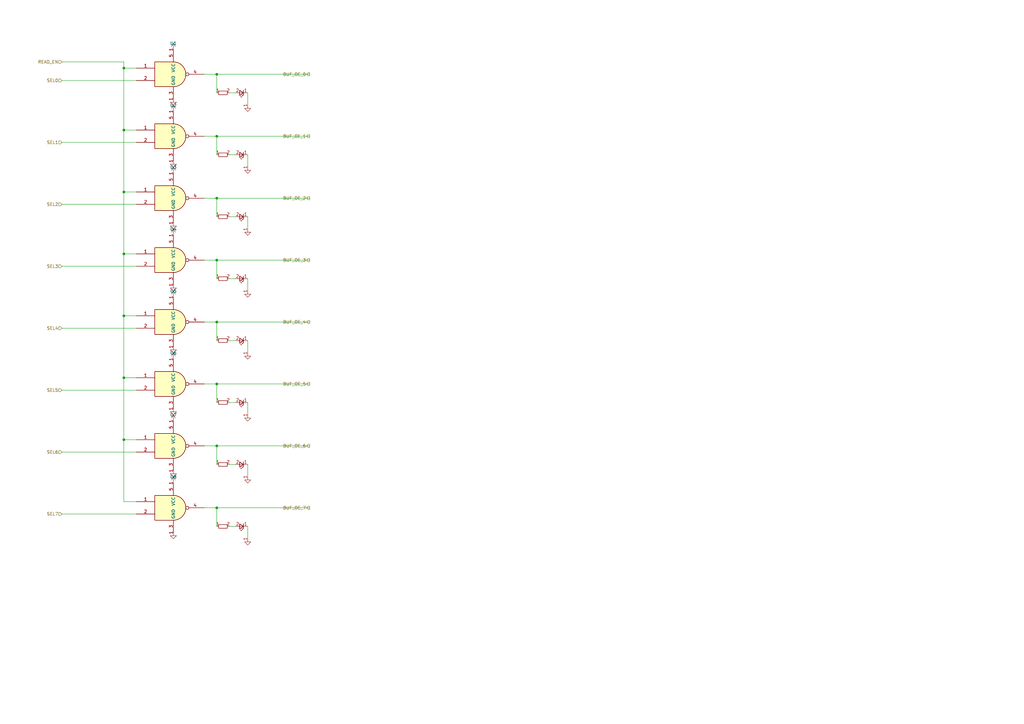
<source format=kicad_sch>
(kicad_sch (version 20250114) (generator eeschema)
  (paper "A3")
  (lib_symbols
    (symbol "74xGxx:74LVC1G00"
      (property "Reference" "U" (at -5.08 7.62 0))
      (property "Value" "74LVC1G00" (at 7.62 -7.62 0))
      (property "Datasheet" "https://www.ti.com/lit/ds/symlink/sn74lvc1g00.pdf" (at 0 0 0))
      (property "Description" "Single NAND Gate, Low-Voltage CMOS" (at 0 0 0))
      (property "ki_keywords" "Single Gate NAND LVC CMOS" (at 0 0 0))
      (property "ki_fp_filters" "SOT?23* Texas?R-PDSO-G5?DCK* Texas?R-PDSO-N5?DRL* Texas?X2SON*0.8x0.8mm*P0.48mm*" (at 0 0 0))
      (symbol "74LVC1G00_0_1"
        (arc (start 0 5.08) (mid 5.0579 0) (end 0 -5.08) (stroke (width 0.254)) (fill (type background)))
        (polyline (pts (xy 0 -5.08) (xy -7.62 -5.08) (xy -7.62 5.08) (xy 0 5.08)) (stroke (width 0.254)) (fill (type background)))
      )
      (symbol "74LVC1G00_1_1"
        (pin input line (at -15.24 2.54 0) (length 7.62) (name "~") (number "1"))
        (pin input line (at -15.24 -2.54 0) (length 7.62) (name "~") (number "2"))
        (pin power_in line (at 0 10.16 270) (length 5.08) (name "VCC") (number "5"))
        (pin power_in line (at 0 -10.16 90) (length 5.08) (name "GND") (number "3"))
        (pin output inverted (at 12.7 0 180) (length 7.62) (name "~") (number "4"))
      )
    )
    (symbol "power:VCC" (power) (pin_names (offset 0))
      (property "Reference" "#PWR" (at 0 -3.81 0))
      (property "Value" "VCC" (at 0 3.556 0))
      (property "Description" "Power symbol creates a global label with name \"VCC\"" (at 0 0 0))
      (property "ki_keywords" "global power" (at 0 0 0))
      (symbol "VCC_0_1"
        (polyline (pts (xy -0.762 1.27) (xy 0 2.54)))
        (polyline (pts (xy 0 2.54) (xy 0.762 1.27)))
        (polyline (pts (xy 0 0) (xy 0 2.54)))
      )
      (symbol "VCC_1_1"
        (pin power_in line (at 0 0 90) (length 0) (name "~") (number "1"))
      )
    )
    (symbol "power:GND" (power) (pin_names (offset 0))
      (property "Reference" "#PWR" (at 0 -6.35 0))
      (property "Value" "GND" (at 0 -3.81 0))
      (property "Description" "Power symbol creates a global label with name \"GND\" , ground" (at 0 0 0))
      (property "ki_keywords" "global power" (at 0 0 0))
      (symbol "GND_0_1"
        (polyline (pts (xy 0 0) (xy 0 -1.27) (xy 1.27 -1.27) (xy 0 -2.54) (xy -1.27 -1.27) (xy 0 -1.27)))
      )
      (symbol "GND_1_1"
        (pin power_in line (at 0 0 270) (length 0) (name "~") (number "1"))
      )
    )
    (symbol "Device:R_Small" (pin_names (offset 0.254))
      (property "Reference" "R" (at 0 0 90))
      (property "Value" "R_Small" (at 1.778 0 90))
      (property "Datasheet" "~" (at 0 0 0))
      (property "Description" "Resistor, small symbol" (at 0 0 0))
      (property "ki_keywords" "R resistor" (at 0 0 0))
      (property "ki_fp_filters" "R_*" (at 0 0 0))
      (symbol "R_Small_0_1"
        (rectangle (start -0.762 1.778) (end 0.762 -1.778) (stroke (width 0.2032)))
      )
      (symbol "R_Small_1_1"
        (pin passive line (at 0 2.54 270) (length 0.762) (name "~") (number "1"))
        (pin passive line (at 0 -2.54 90) (length 0.762) (name "~") (number "2"))
      )
    )
    (symbol "Device:LED_Small" (pin_names (offset 0.254) hide)
      (property "Reference" "D" (at -1.27 3.175 0))
      (property "Value" "LED_Small" (at -4.445 -2.54 0))
      (property "Datasheet" "~" (at 0 0 90))
      (property "Description" "Light emitting diode, small symbol" (at 0 0 0))
      (property "Sim.Pins" "1=K 2=A" (at 0 0 0))
      (property "ki_keywords" "LED diode light-emitting-diode" (at 0 0 0))
      (property "ki_fp_filters" "LED* LED_SMD:* LED_THT:*" (at 0 0 0))
      (symbol "LED_Small_0_1"
        (polyline (pts (xy -0.762 -1.016) (xy -0.762 1.016)) (stroke (width 0.254)))
        (polyline (pts (xy 0 0.762) (xy -0.508 1.27) (xy -0.254 1.27) (xy -0.508 1.27) (xy -0.508 1.016)))
        (polyline (pts (xy 0.508 1.27) (xy 0 1.778) (xy 0.254 1.778) (xy 0 1.778) (xy 0 1.524)))
        (polyline (pts (xy 0.762 -1.016) (xy -0.762 0) (xy 0.762 1.016) (xy 0.762 -1.016)) (stroke (width 0.254)))
        (polyline (pts (xy 1.016 0) (xy -0.762 0)))
      )
      (symbol "LED_Small_1_1"
        (pin passive line (at -2.54 0 0) (length 1.778) (name "K") (number "1"))
        (pin passive line (at 2.54 0 180) (length 1.778) (name "A") (number "2"))
      )
    )
  )
  (junction (at 50.8 27.94))
  (junction (at 50.8 53.34))
  (junction (at 50.8 78.74))
  (junction (at 50.8 104.14))
  (junction (at 50.8 129.54))
  (junction (at 50.8 154.94))
  (junction (at 50.8 180.34))
  (junction (at 88.9 30.48))
  (junction (at 88.9 55.88))
  (junction (at 88.9 81.28))
  (junction (at 88.9 106.68))
  (junction (at 88.9 132.08))
  (junction (at 88.9 157.48))
  (junction (at 88.9 182.88))
  (junction (at 88.9 208.28))
  (wire (pts (xy 25.4 25.4) (xy 50.8 25.4)) (stroke (width 0.0)))
  (wire (pts (xy 50.8 25.4) (xy 50.8 27.94)) (stroke (width 0.0)))
  (wire (pts (xy 50.8 27.94) (xy 50.8 53.34)) (stroke (width 0.0)))
  (wire (pts (xy 50.8 53.34) (xy 50.8 78.74)) (stroke (width 0.0)))
  (wire (pts (xy 50.8 78.74) (xy 50.8 104.14)) (stroke (width 0.0)))
  (wire (pts (xy 50.8 104.14) (xy 50.8 129.54)) (stroke (width 0.0)))
  (wire (pts (xy 50.8 129.54) (xy 50.8 154.94)) (stroke (width 0.0)))
  (wire (pts (xy 50.8 154.94) (xy 50.8 180.34)) (stroke (width 0.0)))
  (wire (pts (xy 50.8 180.34) (xy 50.8 205.74)) (stroke (width 0.0)))
  (wire (pts (xy 50.8 27.94) (xy 55.88 27.94)) (stroke (width 0.0)))
  (wire (pts (xy 50.8 53.34) (xy 55.88 53.34)) (stroke (width 0.0)))
  (wire (pts (xy 50.8 78.74) (xy 55.88 78.74)) (stroke (width 0.0)))
  (wire (pts (xy 50.8 104.14) (xy 55.88 104.14)) (stroke (width 0.0)))
  (wire (pts (xy 50.8 129.54) (xy 55.88 129.54)) (stroke (width 0.0)))
  (wire (pts (xy 50.8 154.94) (xy 55.88 154.94)) (stroke (width 0.0)))
  (wire (pts (xy 50.8 180.34) (xy 55.88 180.34)) (stroke (width 0.0)))
  (wire (pts (xy 50.8 205.74) (xy 55.88 205.74)) (stroke (width 0.0)))
  (wire (pts (xy 25.4 33.02) (xy 55.88 33.02)) (stroke (width 0.0)))
  (wire (pts (xy 25.4 58.42) (xy 55.88 58.42)) (stroke (width 0.0)))
  (wire (pts (xy 25.4 83.82) (xy 55.88 83.82)) (stroke (width 0.0)))
  (wire (pts (xy 25.4 109.22) (xy 55.88 109.22)) (stroke (width 0.0)))
  (wire (pts (xy 25.4 134.62) (xy 55.88 134.62)) (stroke (width 0.0)))
  (wire (pts (xy 25.4 160.02) (xy 55.88 160.02)) (stroke (width 0.0)))
  (wire (pts (xy 25.4 185.42) (xy 55.88 185.42)) (stroke (width 0.0)))
  (wire (pts (xy 25.4 210.82) (xy 55.88 210.82)) (stroke (width 0.0)))
  (wire (pts (xy 83.82 30.48) (xy 88.9 30.48)) (stroke (width 0.0)))
  (wire (pts (xy 88.9 30.48) (xy 127.0 30.48)) (stroke (width 0.0)))
  (wire (pts (xy 93.98 38.1) (xy 96.52 38.1)) (stroke (width 0.0)))
  (wire (pts (xy 101.6 38.1) (xy 101.6 43.18)) (stroke (width 0.0)))
  (wire (pts (xy 88.9 30.48) (xy 88.9 38.1)) (stroke (width 0.0)))
  (wire (pts (xy 83.82 55.88) (xy 88.9 55.88)) (stroke (width 0.0)))
  (wire (pts (xy 88.9 55.88) (xy 127.0 55.88)) (stroke (width 0.0)))
  (wire (pts (xy 93.98 63.5) (xy 96.52 63.5)) (stroke (width 0.0)))
  (wire (pts (xy 101.6 63.5) (xy 101.6 68.58)) (stroke (width 0.0)))
  (wire (pts (xy 88.9 55.88) (xy 88.9 63.5)) (stroke (width 0.0)))
  (wire (pts (xy 83.82 81.28) (xy 88.9 81.28)) (stroke (width 0.0)))
  (wire (pts (xy 88.9 81.28) (xy 127.0 81.28)) (stroke (width 0.0)))
  (wire (pts (xy 93.98 88.9) (xy 96.52 88.9)) (stroke (width 0.0)))
  (wire (pts (xy 101.6 88.9) (xy 101.6 93.98)) (stroke (width 0.0)))
  (wire (pts (xy 88.9 81.28) (xy 88.9 88.9)) (stroke (width 0.0)))
  (wire (pts (xy 83.82 106.68) (xy 88.9 106.68)) (stroke (width 0.0)))
  (wire (pts (xy 88.9 106.68) (xy 127.0 106.68)) (stroke (width 0.0)))
  (wire (pts (xy 93.98 114.3) (xy 96.52 114.3)) (stroke (width 0.0)))
  (wire (pts (xy 101.6 114.3) (xy 101.6 119.38)) (stroke (width 0.0)))
  (wire (pts (xy 88.9 106.68) (xy 88.9 114.3)) (stroke (width 0.0)))
  (wire (pts (xy 83.82 132.08) (xy 88.9 132.08)) (stroke (width 0.0)))
  (wire (pts (xy 88.9 132.08) (xy 127.0 132.08)) (stroke (width 0.0)))
  (wire (pts (xy 93.98 139.7) (xy 96.52 139.7)) (stroke (width 0.0)))
  (wire (pts (xy 101.6 139.7) (xy 101.6 144.78)) (stroke (width 0.0)))
  (wire (pts (xy 88.9 132.08) (xy 88.9 139.7)) (stroke (width 0.0)))
  (wire (pts (xy 83.82 157.48) (xy 88.9 157.48)) (stroke (width 0.0)))
  (wire (pts (xy 88.9 157.48) (xy 127.0 157.48)) (stroke (width 0.0)))
  (wire (pts (xy 93.98 165.1) (xy 96.52 165.1)) (stroke (width 0.0)))
  (wire (pts (xy 101.6 165.1) (xy 101.6 170.18)) (stroke (width 0.0)))
  (wire (pts (xy 88.9 157.48) (xy 88.9 165.1)) (stroke (width 0.0)))
  (wire (pts (xy 83.82 182.88) (xy 88.9 182.88)) (stroke (width 0.0)))
  (wire (pts (xy 88.9 182.88) (xy 127.0 182.88)) (stroke (width 0.0)))
  (wire (pts (xy 93.98 190.5) (xy 96.52 190.5)) (stroke (width 0.0)))
  (wire (pts (xy 101.6 190.5) (xy 101.6 195.58)) (stroke (width 0.0)))
  (wire (pts (xy 88.9 182.88) (xy 88.9 190.5)) (stroke (width 0.0)))
  (wire (pts (xy 83.82 208.28) (xy 88.9 208.28)) (stroke (width 0.0)))
  (wire (pts (xy 88.9 208.28) (xy 127.0 208.28)) (stroke (width 0.0)))
  (wire (pts (xy 93.98 215.9) (xy 96.52 215.9)) (stroke (width 0.0)))
  (wire (pts (xy 101.6 215.9) (xy 101.6 220.98)) (stroke (width 0.0)))
  (wire (pts (xy 88.9 208.28) (xy 88.9 215.9)) (stroke (width 0.0)))
  (hierarchical_label "READ_EN" (shape input) (at 25.4 25.4 0))
  (hierarchical_label "SEL0" (shape input) (at 25.4 33.02 0))
  (hierarchical_label "SEL1" (shape input) (at 25.4 58.42 0))
  (hierarchical_label "SEL2" (shape input) (at 25.4 83.82 0))
  (hierarchical_label "SEL3" (shape input) (at 25.4 109.22 0))
  (hierarchical_label "SEL4" (shape input) (at 25.4 134.62 0))
  (hierarchical_label "SEL5" (shape input) (at 25.4 160.02 0))
  (hierarchical_label "SEL6" (shape input) (at 25.4 185.42 0))
  (hierarchical_label "SEL7" (shape input) (at 25.4 210.82 0))
  (hierarchical_label "BUF_OE_0" (shape output) (at 127.0 30.48 0))
  (hierarchical_label "BUF_OE_1" (shape output) (at 127.0 55.88 0))
  (hierarchical_label "BUF_OE_2" (shape output) (at 127.0 81.28 0))
  (hierarchical_label "BUF_OE_3" (shape output) (at 127.0 106.68 0))
  (hierarchical_label "BUF_OE_4" (shape output) (at 127.0 132.08 0))
  (hierarchical_label "BUF_OE_5" (shape output) (at 127.0 157.48 0))
  (hierarchical_label "BUF_OE_6" (shape output) (at 127.0 182.88 0))
  (hierarchical_label "BUF_OE_7" (shape output) (at 127.0 208.28 0))
  (symbol (lib_id "74xGxx:74LVC1G00") (at 71.12 30.48 0) (unit 1)
    (property "Reference" "U1" (at 71.12 17.78 0))
    (property "Value" "74LVC1G00" (effects hide))
    (property "Datasheet" "https://www.ti.com/lit/ds/symlink/sn74lvc1g00.pdf" (effects hide))
    (instances (project "ram" (path "" (reference "U1") (unit 1)) (path "" (reference "U26") (unit 1))))
  )
  (symbol (lib_id "power:VCC") (at 71.12 20.32 0) (unit 1)
    (property "Reference" "#PWR1" (effects hide))
    (property "Value" "VCC" (effects hide))
    (instances (project "ram" (path "" (reference "#PWR1") (unit 1)) (path "" (reference "#PWR92") (unit 1))))
  )
  (symbol (lib_id "power:GND") (at 71.12 40.64 0) (unit 1)
    (property "Reference" "#PWR2" (effects hide))
    (property "Value" "GND" (effects hide))
    (instances (project "ram" (path "" (reference "#PWR2") (unit 1)) (path "" (reference "#PWR93") (unit 1))))
  )
  (symbol (lib_id "74xGxx:74LVC1G00") (at 71.12 55.88 0) (unit 1)
    (property "Reference" "U2" (at 71.12 43.18000000000001 0))
    (property "Value" "74LVC1G00" (effects hide))
    (property "Datasheet" "https://www.ti.com/lit/ds/symlink/sn74lvc1g00.pdf" (effects hide))
    (instances (project "ram" (path "" (reference "U2") (unit 1)) (path "" (reference "U27") (unit 1))))
  )
  (symbol (lib_id "power:VCC") (at 71.12 45.72 0) (unit 1)
    (property "Reference" "#PWR3" (effects hide))
    (property "Value" "VCC" (effects hide))
    (instances (project "ram" (path "" (reference "#PWR3") (unit 1)) (path "" (reference "#PWR94") (unit 1))))
  )
  (symbol (lib_id "power:GND") (at 71.12 66.04 0) (unit 1)
    (property "Reference" "#PWR4" (effects hide))
    (property "Value" "GND" (effects hide))
    (instances (project "ram" (path "" (reference "#PWR4") (unit 1)) (path "" (reference "#PWR95") (unit 1))))
  )
  (symbol (lib_id "74xGxx:74LVC1G00") (at 71.12 81.28 0) (unit 1)
    (property "Reference" "U3" (at 71.12 68.58 0))
    (property "Value" "74LVC1G00" (effects hide))
    (property "Datasheet" "https://www.ti.com/lit/ds/symlink/sn74lvc1g00.pdf" (effects hide))
    (instances (project "ram" (path "" (reference "U3") (unit 1)) (path "" (reference "U28") (unit 1))))
  )
  (symbol (lib_id "power:VCC") (at 71.12 71.12 0) (unit 1)
    (property "Reference" "#PWR5" (effects hide))
    (property "Value" "VCC" (effects hide))
    (instances (project "ram" (path "" (reference "#PWR5") (unit 1)) (path "" (reference "#PWR96") (unit 1))))
  )
  (symbol (lib_id "power:GND") (at 71.12 91.44 0) (unit 1)
    (property "Reference" "#PWR6" (effects hide))
    (property "Value" "GND" (effects hide))
    (instances (project "ram" (path "" (reference "#PWR6") (unit 1)) (path "" (reference "#PWR97") (unit 1))))
  )
  (symbol (lib_id "74xGxx:74LVC1G00") (at 71.12 106.68 0) (unit 1)
    (property "Reference" "U4" (at 71.12 93.98 0))
    (property "Value" "74LVC1G00" (effects hide))
    (property "Datasheet" "https://www.ti.com/lit/ds/symlink/sn74lvc1g00.pdf" (effects hide))
    (instances (project "ram" (path "" (reference "U4") (unit 1)) (path "" (reference "U29") (unit 1))))
  )
  (symbol (lib_id "power:VCC") (at 71.12 96.52 0) (unit 1)
    (property "Reference" "#PWR7" (effects hide))
    (property "Value" "VCC" (effects hide))
    (instances (project "ram" (path "" (reference "#PWR7") (unit 1)) (path "" (reference "#PWR98") (unit 1))))
  )
  (symbol (lib_id "power:GND") (at 71.12 116.84 0) (unit 1)
    (property "Reference" "#PWR8" (effects hide))
    (property "Value" "GND" (effects hide))
    (instances (project "ram" (path "" (reference "#PWR8") (unit 1)) (path "" (reference "#PWR99") (unit 1))))
  )
  (symbol (lib_id "74xGxx:74LVC1G00") (at 71.12 132.08 0) (unit 1)
    (property "Reference" "U5" (at 71.12 119.38000000000001 0))
    (property "Value" "74LVC1G00" (effects hide))
    (property "Datasheet" "https://www.ti.com/lit/ds/symlink/sn74lvc1g00.pdf" (effects hide))
    (instances (project "ram" (path "" (reference "U5") (unit 1)) (path "" (reference "U30") (unit 1))))
  )
  (symbol (lib_id "power:VCC") (at 71.12 121.92 0) (unit 1)
    (property "Reference" "#PWR9" (effects hide))
    (property "Value" "VCC" (effects hide))
    (instances (project "ram" (path "" (reference "#PWR9") (unit 1)) (path "" (reference "#PWR100") (unit 1))))
  )
  (symbol (lib_id "power:GND") (at 71.12 142.24 0) (unit 1)
    (property "Reference" "#PWR10" (effects hide))
    (property "Value" "GND" (effects hide))
    (instances (project "ram" (path "" (reference "#PWR10") (unit 1)) (path "" (reference "#PWR101") (unit 1))))
  )
  (symbol (lib_id "74xGxx:74LVC1G00") (at 71.12 157.48 0) (unit 1)
    (property "Reference" "U6" (at 71.12 144.78 0))
    (property "Value" "74LVC1G00" (effects hide))
    (property "Datasheet" "https://www.ti.com/lit/ds/symlink/sn74lvc1g00.pdf" (effects hide))
    (instances (project "ram" (path "" (reference "U6") (unit 1)) (path "" (reference "U31") (unit 1))))
  )
  (symbol (lib_id "power:VCC") (at 71.12 147.32 0) (unit 1)
    (property "Reference" "#PWR11" (effects hide))
    (property "Value" "VCC" (effects hide))
    (instances (project "ram" (path "" (reference "#PWR11") (unit 1)) (path "" (reference "#PWR102") (unit 1))))
  )
  (symbol (lib_id "power:GND") (at 71.12 167.64 0) (unit 1)
    (property "Reference" "#PWR12" (effects hide))
    (property "Value" "GND" (effects hide))
    (instances (project "ram" (path "" (reference "#PWR12") (unit 1)) (path "" (reference "#PWR103") (unit 1))))
  )
  (symbol (lib_id "74xGxx:74LVC1G00") (at 71.12 182.88 0) (unit 1)
    (property "Reference" "U7" (at 71.12 170.18 0))
    (property "Value" "74LVC1G00" (effects hide))
    (property "Datasheet" "https://www.ti.com/lit/ds/symlink/sn74lvc1g00.pdf" (effects hide))
    (instances (project "ram" (path "" (reference "U7") (unit 1)) (path "" (reference "U32") (unit 1))))
  )
  (symbol (lib_id "power:VCC") (at 71.12 172.72 0) (unit 1)
    (property "Reference" "#PWR13" (effects hide))
    (property "Value" "VCC" (effects hide))
    (instances (project "ram" (path "" (reference "#PWR13") (unit 1)) (path "" (reference "#PWR104") (unit 1))))
  )
  (symbol (lib_id "power:GND") (at 71.12 193.04 0) (unit 1)
    (property "Reference" "#PWR14" (effects hide))
    (property "Value" "GND" (effects hide))
    (instances (project "ram" (path "" (reference "#PWR14") (unit 1)) (path "" (reference "#PWR105") (unit 1))))
  )
  (symbol (lib_id "74xGxx:74LVC1G00") (at 71.12 208.28 0) (unit 1)
    (property "Reference" "U8" (at 71.12 195.58 0))
    (property "Value" "74LVC1G00" (effects hide))
    (property "Datasheet" "https://www.ti.com/lit/ds/symlink/sn74lvc1g00.pdf" (effects hide))
    (instances (project "ram" (path "" (reference "U8") (unit 1)) (path "" (reference "U33") (unit 1))))
  )
  (symbol (lib_id "power:VCC") (at 71.12 198.12 0) (unit 1)
    (property "Reference" "#PWR15" (effects hide))
    (property "Value" "VCC" (effects hide))
    (instances (project "ram" (path "" (reference "#PWR15") (unit 1)) (path "" (reference "#PWR106") (unit 1))))
  )
  (symbol (lib_id "power:GND") (at 71.12 218.44 0) (unit 1)
    (property "Reference" "#PWR16" (effects hide))
    (property "Value" "GND" (effects hide))
    (instances (project "ram" (path "" (reference "#PWR16") (unit 1)) (path "" (reference "#PWR107") (unit 1))))
  )
  (symbol (lib_id "Device:R_Small") (at 91.44 38.1 90) (unit 1)
    (property "Reference" "R1" (effects hide))
    (property "Value" "680R" (effects hide))
    (instances (project "ram" (path "" (reference "R1") (unit 1)) (path "" (reference "R40") (unit 1))))
  )
  (symbol (lib_id "Device:LED_Small") (at 99.06 38.1 180) (unit 1)
    (property "Reference" "D1" (effects hide))
    (property "Value" "Red" (effects hide))
    (instances (project "ram" (path "" (reference "D1") (unit 1)) (path "" (reference "D40") (unit 1))))
  )
  (symbol (lib_id "power:GND") (at 101.6 43.18 0) (unit 1)
    (property "Reference" "#PWR17" (effects hide))
    (property "Value" "GND" (effects hide))
    (instances (project "ram" (path "" (reference "#PWR17") (unit 1)) (path "" (reference "#PWR108") (unit 1))))
  )
  (symbol (lib_id "Device:R_Small") (at 91.44 63.5 90) (unit 1)
    (property "Reference" "R2" (effects hide))
    (property "Value" "680R" (effects hide))
    (instances (project "ram" (path "" (reference "R2") (unit 1)) (path "" (reference "R41") (unit 1))))
  )
  (symbol (lib_id "Device:LED_Small") (at 99.06 63.5 180) (unit 1)
    (property "Reference" "D2" (effects hide))
    (property "Value" "Red" (effects hide))
    (instances (project "ram" (path "" (reference "D2") (unit 1)) (path "" (reference "D41") (unit 1))))
  )
  (symbol (lib_id "power:GND") (at 101.6 68.58 0) (unit 1)
    (property "Reference" "#PWR18" (effects hide))
    (property "Value" "GND" (effects hide))
    (instances (project "ram" (path "" (reference "#PWR18") (unit 1)) (path "" (reference "#PWR109") (unit 1))))
  )
  (symbol (lib_id "Device:R_Small") (at 91.44 88.9 90) (unit 1)
    (property "Reference" "R3" (effects hide))
    (property "Value" "680R" (effects hide))
    (instances (project "ram" (path "" (reference "R3") (unit 1)) (path "" (reference "R42") (unit 1))))
  )
  (symbol (lib_id "Device:LED_Small") (at 99.06 88.9 180) (unit 1)
    (property "Reference" "D3" (effects hide))
    (property "Value" "Red" (effects hide))
    (instances (project "ram" (path "" (reference "D3") (unit 1)) (path "" (reference "D42") (unit 1))))
  )
  (symbol (lib_id "power:GND") (at 101.6 93.98 0) (unit 1)
    (property "Reference" "#PWR19" (effects hide))
    (property "Value" "GND" (effects hide))
    (instances (project "ram" (path "" (reference "#PWR19") (unit 1)) (path "" (reference "#PWR110") (unit 1))))
  )
  (symbol (lib_id "Device:R_Small") (at 91.44 114.3 90) (unit 1)
    (property "Reference" "R4" (effects hide))
    (property "Value" "680R" (effects hide))
    (instances (project "ram" (path "" (reference "R4") (unit 1)) (path "" (reference "R43") (unit 1))))
  )
  (symbol (lib_id "Device:LED_Small") (at 99.06 114.3 180) (unit 1)
    (property "Reference" "D4" (effects hide))
    (property "Value" "Red" (effects hide))
    (instances (project "ram" (path "" (reference "D4") (unit 1)) (path "" (reference "D43") (unit 1))))
  )
  (symbol (lib_id "power:GND") (at 101.6 119.38 0) (unit 1)
    (property "Reference" "#PWR20" (effects hide))
    (property "Value" "GND" (effects hide))
    (instances (project "ram" (path "" (reference "#PWR20") (unit 1)) (path "" (reference "#PWR111") (unit 1))))
  )
  (symbol (lib_id "Device:R_Small") (at 91.44 139.7 90) (unit 1)
    (property "Reference" "R5" (effects hide))
    (property "Value" "680R" (effects hide))
    (instances (project "ram" (path "" (reference "R5") (unit 1)) (path "" (reference "R44") (unit 1))))
  )
  (symbol (lib_id "Device:LED_Small") (at 99.06 139.7 180) (unit 1)
    (property "Reference" "D5" (effects hide))
    (property "Value" "Red" (effects hide))
    (instances (project "ram" (path "" (reference "D5") (unit 1)) (path "" (reference "D44") (unit 1))))
  )
  (symbol (lib_id "power:GND") (at 101.6 144.78 0) (unit 1)
    (property "Reference" "#PWR21" (effects hide))
    (property "Value" "GND" (effects hide))
    (instances (project "ram" (path "" (reference "#PWR21") (unit 1)) (path "" (reference "#PWR112") (unit 1))))
  )
  (symbol (lib_id "Device:R_Small") (at 91.44 165.1 90) (unit 1)
    (property "Reference" "R6" (effects hide))
    (property "Value" "680R" (effects hide))
    (instances (project "ram" (path "" (reference "R6") (unit 1)) (path "" (reference "R45") (unit 1))))
  )
  (symbol (lib_id "Device:LED_Small") (at 99.06 165.1 180) (unit 1)
    (property "Reference" "D6" (effects hide))
    (property "Value" "Red" (effects hide))
    (instances (project "ram" (path "" (reference "D6") (unit 1)) (path "" (reference "D45") (unit 1))))
  )
  (symbol (lib_id "power:GND") (at 101.6 170.18 0) (unit 1)
    (property "Reference" "#PWR22" (effects hide))
    (property "Value" "GND" (effects hide))
    (instances (project "ram" (path "" (reference "#PWR22") (unit 1)) (path "" (reference "#PWR113") (unit 1))))
  )
  (symbol (lib_id "Device:R_Small") (at 91.44 190.5 90) (unit 1)
    (property "Reference" "R7" (effects hide))
    (property "Value" "680R" (effects hide))
    (instances (project "ram" (path "" (reference "R7") (unit 1)) (path "" (reference "R46") (unit 1))))
  )
  (symbol (lib_id "Device:LED_Small") (at 99.06 190.5 180) (unit 1)
    (property "Reference" "D7" (effects hide))
    (property "Value" "Red" (effects hide))
    (instances (project "ram" (path "" (reference "D7") (unit 1)) (path "" (reference "D46") (unit 1))))
  )
  (symbol (lib_id "power:GND") (at 101.6 195.58 0) (unit 1)
    (property "Reference" "#PWR23" (effects hide))
    (property "Value" "GND" (effects hide))
    (instances (project "ram" (path "" (reference "#PWR23") (unit 1)) (path "" (reference "#PWR114") (unit 1))))
  )
  (symbol (lib_id "Device:R_Small") (at 91.44 215.9 90) (unit 1)
    (property "Reference" "R8" (effects hide))
    (property "Value" "680R" (effects hide))
    (instances (project "ram" (path "" (reference "R8") (unit 1)) (path "" (reference "R47") (unit 1))))
  )
  (symbol (lib_id "Device:LED_Small") (at 99.06 215.9 180) (unit 1)
    (property "Reference" "D8" (effects hide))
    (property "Value" "Red" (effects hide))
    (instances (project "ram" (path "" (reference "D8") (unit 1)) (path "" (reference "D47") (unit 1))))
  )
  (symbol (lib_id "power:GND") (at 101.6 220.98 0) (unit 1)
    (property "Reference" "#PWR24" (effects hide))
    (property "Value" "GND" (effects hide))
    (instances (project "ram" (path "" (reference "#PWR24") (unit 1)) (path "" (reference "#PWR115") (unit 1))))
  )
)
</source>
